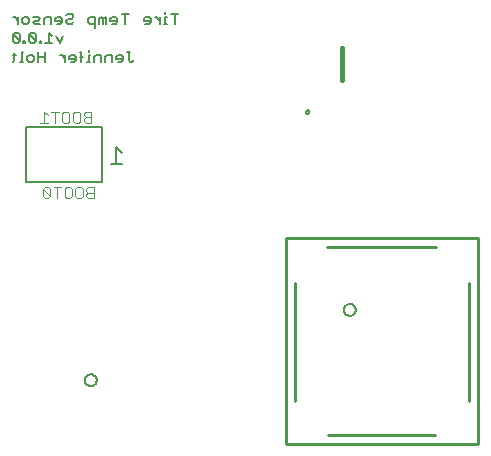
<source format=gbo>
G75*
G70*
%OFA0B0*%
%FSLAX24Y24*%
%IPPOS*%
%LPD*%
%AMOC8*
5,1,8,0,0,1.08239X$1,22.5*
%
%ADD10C,0.0079*%
%ADD11C,0.0030*%
%ADD12C,0.0050*%
%ADD13C,0.0060*%
%ADD14C,0.0100*%
%ADD15C,0.0150*%
D10*
X001863Y011754D02*
X004422Y011754D01*
X004422Y013605D01*
X001863Y013605D01*
X001863Y011754D01*
D11*
X002440Y011522D02*
X002440Y011279D01*
X002501Y011218D01*
X002622Y011218D01*
X002683Y011279D01*
X002440Y011522D01*
X002501Y011582D01*
X002622Y011582D01*
X002683Y011522D01*
X002683Y011279D01*
X002924Y011218D02*
X002924Y011582D01*
X003045Y011582D02*
X002802Y011582D01*
X003165Y011522D02*
X003165Y011279D01*
X003226Y011218D01*
X003347Y011218D01*
X003408Y011279D01*
X003408Y011522D01*
X003347Y011582D01*
X003226Y011582D01*
X003165Y011522D01*
X003527Y011522D02*
X003527Y011279D01*
X003588Y011218D01*
X003709Y011218D01*
X003770Y011279D01*
X003770Y011522D01*
X003709Y011582D01*
X003588Y011582D01*
X003527Y011522D01*
X003890Y011522D02*
X003890Y011461D01*
X003951Y011400D01*
X004133Y011400D01*
X004133Y011218D02*
X003951Y011218D01*
X003890Y011279D01*
X003890Y011340D01*
X003951Y011400D01*
X003890Y011522D02*
X003951Y011582D01*
X004133Y011582D01*
X004133Y011218D01*
X004052Y013738D02*
X003870Y013738D01*
X003810Y013799D01*
X003810Y013859D01*
X003870Y013920D01*
X004052Y013920D01*
X003870Y013920D02*
X003810Y013981D01*
X003810Y014041D01*
X003870Y014102D01*
X004052Y014102D01*
X004052Y013738D01*
X003690Y013799D02*
X003629Y013738D01*
X003508Y013738D01*
X003447Y013799D01*
X003447Y014041D01*
X003508Y014102D01*
X003629Y014102D01*
X003690Y014041D01*
X003690Y013799D01*
X003327Y013799D02*
X003267Y013738D01*
X003145Y013738D01*
X003085Y013799D01*
X003085Y014041D01*
X003145Y014102D01*
X003267Y014102D01*
X003327Y014041D01*
X003327Y013799D01*
X002965Y014102D02*
X002722Y014102D01*
X002844Y014102D02*
X002844Y013738D01*
X002602Y013738D02*
X002360Y013738D01*
X002481Y013738D02*
X002481Y014102D01*
X002602Y013981D01*
D12*
X003841Y005150D02*
X003843Y005177D01*
X003849Y005204D01*
X003858Y005230D01*
X003871Y005254D01*
X003887Y005277D01*
X003906Y005296D01*
X003928Y005313D01*
X003952Y005327D01*
X003977Y005337D01*
X004004Y005344D01*
X004031Y005347D01*
X004059Y005346D01*
X004086Y005341D01*
X004112Y005333D01*
X004136Y005321D01*
X004159Y005305D01*
X004180Y005287D01*
X004197Y005266D01*
X004212Y005242D01*
X004223Y005217D01*
X004231Y005191D01*
X004235Y005164D01*
X004235Y005136D01*
X004231Y005109D01*
X004223Y005083D01*
X004212Y005058D01*
X004197Y005034D01*
X004180Y005013D01*
X004159Y004995D01*
X004137Y004979D01*
X004112Y004967D01*
X004086Y004959D01*
X004059Y004954D01*
X004031Y004953D01*
X004004Y004956D01*
X003977Y004963D01*
X003952Y004973D01*
X003928Y004987D01*
X003906Y005004D01*
X003887Y005023D01*
X003871Y005046D01*
X003858Y005070D01*
X003849Y005096D01*
X003843Y005123D01*
X003841Y005150D01*
X004705Y012370D02*
X005066Y012370D01*
X004886Y012370D02*
X004886Y012911D01*
X005066Y012731D01*
X004191Y016902D02*
X004191Y017253D01*
X004016Y017253D01*
X003958Y017194D01*
X003958Y017078D01*
X004016Y017019D01*
X004191Y017019D01*
X004326Y017019D02*
X004326Y017194D01*
X004384Y017253D01*
X004443Y017194D01*
X004443Y017019D01*
X004560Y017019D02*
X004560Y017253D01*
X004501Y017253D01*
X004443Y017194D01*
X004694Y017194D02*
X004753Y017253D01*
X004870Y017253D01*
X004928Y017194D01*
X004928Y017078D01*
X004870Y017019D01*
X004753Y017019D01*
X004694Y017136D02*
X004928Y017136D01*
X004694Y017136D02*
X004694Y017194D01*
X005063Y017369D02*
X005296Y017369D01*
X005179Y017369D02*
X005179Y017019D01*
X005799Y017136D02*
X006033Y017136D01*
X006033Y017194D02*
X005974Y017253D01*
X005858Y017253D01*
X005799Y017194D01*
X005799Y017136D01*
X005858Y017019D02*
X005974Y017019D01*
X006033Y017078D01*
X006033Y017194D01*
X006165Y017253D02*
X006223Y017253D01*
X006340Y017136D01*
X006340Y017019D02*
X006340Y017253D01*
X006527Y017253D02*
X006527Y017019D01*
X006585Y017019D02*
X006468Y017019D01*
X006527Y017253D02*
X006585Y017253D01*
X006527Y017369D02*
X006527Y017428D01*
X006720Y017369D02*
X006954Y017369D01*
X006837Y017369D02*
X006837Y017019D01*
X003455Y017078D02*
X003396Y017019D01*
X003280Y017019D01*
X003221Y017078D01*
X003221Y017136D01*
X003280Y017194D01*
X003396Y017194D01*
X003455Y017253D01*
X003455Y017311D01*
X003396Y017369D01*
X003280Y017369D01*
X003221Y017311D01*
X003086Y017194D02*
X003028Y017253D01*
X002911Y017253D01*
X002853Y017194D01*
X002853Y017136D01*
X003086Y017136D01*
X003086Y017078D02*
X003086Y017194D01*
X003086Y017078D02*
X003028Y017019D01*
X002911Y017019D01*
X002718Y017019D02*
X002718Y017253D01*
X002543Y017253D01*
X002485Y017194D01*
X002485Y017019D01*
X002350Y017019D02*
X002175Y017019D01*
X002116Y017078D01*
X002175Y017136D01*
X002291Y017136D01*
X002350Y017194D01*
X002291Y017253D01*
X002116Y017253D01*
X001981Y017194D02*
X001981Y017078D01*
X001923Y017019D01*
X001806Y017019D01*
X001748Y017078D01*
X001748Y017194D01*
X001806Y017253D01*
X001923Y017253D01*
X001981Y017194D01*
X001613Y017136D02*
X001496Y017253D01*
X001438Y017253D01*
X001613Y017253D02*
X001613Y017019D01*
X011216Y014087D02*
X011218Y014101D01*
X011224Y014115D01*
X011232Y014127D01*
X011244Y014135D01*
X011258Y014141D01*
X011272Y014143D01*
X011286Y014141D01*
X011300Y014135D01*
X011312Y014127D01*
X011320Y014115D01*
X011326Y014101D01*
X011328Y014087D01*
X011326Y014073D01*
X011320Y014059D01*
X011312Y014047D01*
X011300Y014039D01*
X011286Y014033D01*
X011272Y014031D01*
X011258Y014033D01*
X011244Y014039D01*
X011232Y014047D01*
X011224Y014059D01*
X011218Y014073D01*
X011216Y014087D01*
X012473Y007493D02*
X012475Y007520D01*
X012481Y007547D01*
X012490Y007573D01*
X012503Y007597D01*
X012519Y007620D01*
X012538Y007639D01*
X012560Y007656D01*
X012584Y007670D01*
X012609Y007680D01*
X012636Y007687D01*
X012663Y007690D01*
X012691Y007689D01*
X012718Y007684D01*
X012744Y007676D01*
X012768Y007664D01*
X012791Y007648D01*
X012812Y007630D01*
X012829Y007609D01*
X012844Y007585D01*
X012855Y007560D01*
X012863Y007534D01*
X012867Y007507D01*
X012867Y007479D01*
X012863Y007452D01*
X012855Y007426D01*
X012844Y007401D01*
X012829Y007377D01*
X012812Y007356D01*
X012791Y007338D01*
X012769Y007322D01*
X012744Y007310D01*
X012718Y007302D01*
X012691Y007297D01*
X012663Y007296D01*
X012636Y007299D01*
X012609Y007306D01*
X012584Y007316D01*
X012560Y007330D01*
X012538Y007347D01*
X012519Y007366D01*
X012503Y007389D01*
X012490Y007413D01*
X012481Y007439D01*
X012475Y007466D01*
X012473Y007493D01*
D13*
X005414Y015761D02*
X005359Y015761D01*
X005303Y015816D01*
X005303Y016095D01*
X005359Y016095D02*
X005247Y016095D01*
X005107Y015928D02*
X005052Y015983D01*
X004940Y015983D01*
X004885Y015928D01*
X004885Y015872D01*
X005107Y015872D01*
X005107Y015816D02*
X005107Y015928D01*
X005107Y015816D02*
X005052Y015761D01*
X004940Y015761D01*
X004745Y015761D02*
X004745Y015983D01*
X004578Y015983D01*
X004522Y015928D01*
X004522Y015761D01*
X004382Y015761D02*
X004382Y015983D01*
X004216Y015983D01*
X004160Y015928D01*
X004160Y015761D01*
X004020Y015761D02*
X003909Y015761D01*
X003964Y015761D02*
X003964Y015983D01*
X004020Y015983D01*
X003964Y016095D02*
X003964Y016150D01*
X003723Y016039D02*
X003667Y016095D01*
X003723Y016039D02*
X003723Y015761D01*
X003778Y015928D02*
X003667Y015928D01*
X003537Y015928D02*
X003481Y015983D01*
X003370Y015983D01*
X003314Y015928D01*
X003314Y015872D01*
X003537Y015872D01*
X003537Y015816D02*
X003537Y015928D01*
X003537Y015816D02*
X003481Y015761D01*
X003370Y015761D01*
X003174Y015761D02*
X003174Y015983D01*
X003174Y015872D02*
X003063Y015983D01*
X003007Y015983D01*
X003002Y016401D02*
X002891Y016623D01*
X002751Y016623D02*
X002640Y016735D01*
X002640Y016401D01*
X002751Y016401D02*
X002528Y016401D01*
X002389Y016401D02*
X002333Y016401D01*
X002333Y016456D01*
X002389Y016456D01*
X002389Y016401D01*
X002207Y016456D02*
X002207Y016679D01*
X002152Y016735D01*
X002040Y016735D01*
X001985Y016679D01*
X002207Y016456D01*
X002152Y016401D01*
X002040Y016401D01*
X001985Y016456D01*
X001985Y016679D01*
X001845Y016456D02*
X001789Y016456D01*
X001789Y016401D01*
X001845Y016401D01*
X001845Y016456D01*
X001664Y016456D02*
X001664Y016679D01*
X001608Y016735D01*
X001497Y016735D01*
X001441Y016679D01*
X001664Y016456D01*
X001608Y016401D01*
X001497Y016401D01*
X001441Y016456D01*
X001441Y016679D01*
X001487Y016039D02*
X001487Y015816D01*
X001432Y015761D01*
X001673Y015761D02*
X001785Y015761D01*
X001729Y015761D02*
X001729Y016095D01*
X001785Y016095D01*
X001925Y015928D02*
X001980Y015983D01*
X002092Y015983D01*
X002147Y015928D01*
X002147Y015816D01*
X002092Y015761D01*
X001980Y015761D01*
X001925Y015816D01*
X001925Y015928D01*
X002287Y015928D02*
X002510Y015928D01*
X002510Y015761D02*
X002510Y016095D01*
X002287Y016095D02*
X002287Y015761D01*
X001543Y015983D02*
X001432Y015983D01*
X003002Y016401D02*
X003114Y016623D01*
X005414Y015761D02*
X005470Y015816D01*
D14*
X010534Y009874D02*
X010534Y003034D01*
X016931Y003034D01*
X016931Y009874D01*
X010534Y009874D01*
X011912Y009579D02*
X015553Y009579D01*
X016636Y008398D02*
X016636Y004461D01*
X015504Y003329D02*
X011961Y003329D01*
X010829Y004461D02*
X010829Y008398D01*
D15*
X012410Y015150D02*
X012410Y016233D01*
M02*

</source>
